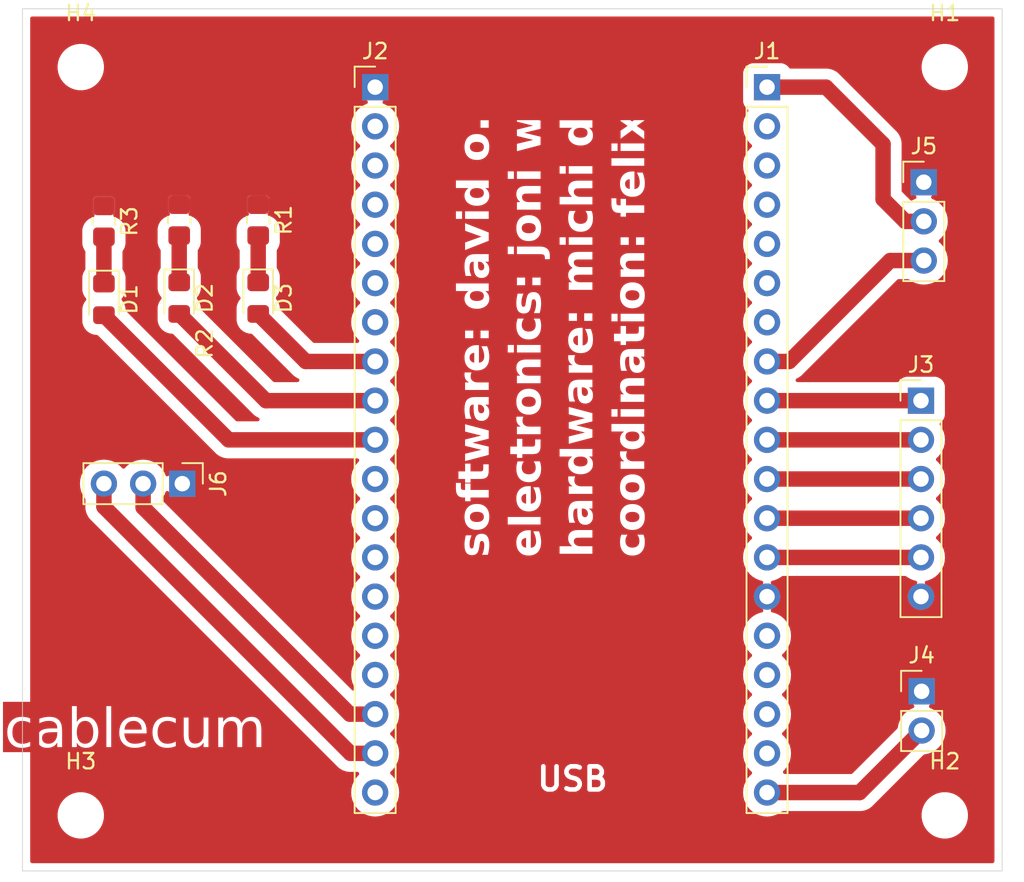
<source format=kicad_pcb>
(kicad_pcb (version 20240108) (generator "pcbnew") (generator_version "8.0")
  (layers (0 "F.Cu" signal) (31 "B.Cu" signal) (34 "B.Paste" user) (35 "F.Paste" user) (36 "B.SilkS" user "B.Silkscreen") (37 "F.SilkS" user "F.Silkscreen") (38 "B.Mask" user) (39 "F.Mask" user) (44 "Edge.Cuts" user))
  (net 0 "")
  (net 1 "/5")
  (net 7 "/19")
  (net 8 "Net-(J1-Pin_12)")
  (net 9 "Net-(J1-Pin_10)")
  (net 10 "Net-(J1-Pin_19)")
  (net 11 "Net-(J1-Pin_13)")
  (net 12 "/GND")
  (net 15 "Net-(J1-Pin_11)")
  (net 16 "Net-(J1-Pin_9)")
  (net 17 "Net-(J1-Pin_8)")
  (net 18 "Net-(J1-Pin_1)")
  (net 21 "/18")
  (net 31 "Net-(D1-K)")
  (net 32 "Net-(D2-K)")
  (net 33 "Net-(D3-K)")
  (net 39 "Net-(J2-Pin_17)")
  (net 40 "Net-(J2-Pin_18)")
  (footprint "MountingHole:MountingHole_2.5mm" (layer "F.Cu") (at 105.5 49.5)
    (property "Reference" "H1" (at 0 -3.5 0) (layer "F.SilkS"))
    (property "Value" "MountingHole")
    (pad "" np_thru_hole circle (at 0 0) (size 2.5 2.5) (drill 2.5) (layers "*.Cu" "*.Mask"))
  )
  (footprint "LED_SMD:LED_0805_2012Metric_Pad1.15x1.40mm_HandSolder" (layer "F.Cu") (at 61 64.475 -90)
    (property "Reference" "D3" (at 0 -1.65 90) (layer "F.SilkS"))
    (property "Value" "Motor Led")
    (fp_line (start -1.86 0.96) (end 1 0.96) (stroke (width 0.12)) (layer "F.SilkS"))
    (fp_line (start -1.86 -0.96) (end -1.86 0.96) (stroke (width 0.12)) (layer "F.SilkS"))
    (fp_line (start 1 -0.96) (end -1.86 -0.96) (stroke (width 0.12)) (layer "F.SilkS"))
    (pad "1" smd roundrect (at -1.025 0 270) (size 1.15 1.4) (layers "F.Cu" "F.Paste" "F.Mask") (roundrect_rratio 0.217391) (net 33 "Net-(D3-K)"))
    (pad "2" smd roundrect (at 1.025 0 270) (size 1.15 1.4) (layers "F.Cu" "F.Paste" "F.Mask") (roundrect_rratio 0.217391) (net 21 "/18"))
  )
  (footprint "Connector_PinHeader_2.54mm:PinHeader_1x03_P2.54mm_Vertical" (layer "F.Cu") (at 56.08 76.5 -90)
    (property "Reference" "J6" (at 0 -2.33 90) (layer "F.SilkS"))
    (property "Value" "Hall")
    (fp_line (start -1.33 6.41) (end 1.33 6.41) (stroke (width 0.12)) (layer "F.SilkS"))
    (fp_line (start -1.33 1.27) (end -1.33 6.41) (stroke (width 0.12)) (layer "F.SilkS"))
    (fp_line (start -1.33 1.27) (end 1.33 1.27) (stroke (width 0.12)) (layer "F.SilkS"))
    (fp_line (start 1.33 1.27) (end 1.33 6.41) (stroke (width 0.12)) (layer "F.SilkS"))
    (fp_line (start -1.33 0) (end -1.33 -1.33) (stroke (width 0.12)) (layer "F.SilkS"))
    (fp_line (start -1.33 -1.33) (end 0 -1.33) (stroke (width 0.12)) (layer "F.SilkS"))
    (pad "1" thru_hole rect (at 0 0 270) (size 1.7 1.7) (drill 1) (layers "*.Cu" "*.Mask") (net 12 "/GND"))
    (pad "2" thru_hole oval (at 0 2.54 270) (size 1.7 1.7) (drill 1) (layers "*.Cu" "*.Mask") (net 39 "Net-(J2-Pin_17)"))
    (pad "3" thru_hole oval (at 0 5.08 270) (size 1.7 1.7) (drill 1) (layers "*.Cu" "*.Mask") (net 40 "Net-(J2-Pin_18)"))
  )
  (footprint "MountingHole:MountingHole_2.5mm" (layer "F.Cu") (at 49.5 49.5)
    (property "Reference" "H4" (at 0 -3.5 0) (layer "F.SilkS"))
    (property "Value" "MountingHole")
    (pad "" np_thru_hole circle (at 0 0) (size 2.5 2.5) (drill 2.5) (layers "*.Cu" "*.Mask"))
  )
  (footprint "Connector_PinHeader_2.54mm:PinHeader_1x06_P2.54mm_Vertical" (layer "F.Cu") (at 103.958 71.12)
    (property "Reference" "J3" (at 0 -2.33 0) (layer "F.SilkS"))
    (property "Value" "Motor Driver")
    (fp_line (start -1.33 -1.33) (end 0 -1.33) (stroke (width 0.12)) (layer "F.SilkS"))
    (fp_line (start -1.33 0) (end -1.33 -1.33) (stroke (width 0.12)) (layer "F.SilkS"))
    (fp_line (start -1.33 1.27) (end -1.33 14.03) (stroke (width 0.12)) (layer "F.SilkS"))
    (fp_line (start -1.33 1.27) (end 1.33 1.27) (stroke (width 0.12)) (layer "F.SilkS"))
    (fp_line (start -1.33 14.03) (end 1.33 14.03) (stroke (width 0.12)) (layer "F.SilkS"))
    (fp_line (start 1.33 1.27) (end 1.33 14.03) (stroke (width 0.12)) (layer "F.SilkS"))
    (pad "1" thru_hole rect (at 0 0) (size 1.7 1.7) (drill 1) (layers "*.Cu" "*.Mask") (net 16 "Net-(J1-Pin_9)"))
    (pad "2" thru_hole oval (at 0 2.54) (size 1.7 1.7) (drill 1) (layers "*.Cu" "*.Mask") (net 9 "Net-(J1-Pin_10)"))
    (pad "3" thru_hole oval (at 0 5.08) (size 1.7 1.7) (drill 1) (layers "*.Cu" "*.Mask") (net 15 "Net-(J1-Pin_11)"))
    (pad "4" thru_hole oval (at 0 7.62) (size 1.7 1.7) (drill 1) (layers "*.Cu" "*.Mask") (net 8 "Net-(J1-Pin_12)"))
    (pad "5" thru_hole oval (at 0 10.16) (size 1.7 1.7) (drill 1) (layers "*.Cu" "*.Mask") (net 11 "Net-(J1-Pin_13)"))
    (pad "6" thru_hole oval (at 0 12.7) (size 1.7 1.7) (drill 1) (layers "*.Cu" "*.Mask") (net 12 "/GND"))
  )
  (footprint "Connector_PinHeader_2.54mm:PinHeader_1x03_P2.54mm_Vertical" (layer "F.Cu") (at 104.14 56.96)
    (property "Reference" "J5" (at 0 -2.33 0) (layer "F.SilkS"))
    (property "Value" "Buzzer")
    (fp_line (start -1.33 -1.33) (end 0 -1.33) (stroke (width 0.12)) (layer "F.SilkS"))
    (fp_line (start -1.33 0) (end -1.33 -1.33) (stroke (width 0.12)) (layer "F.SilkS"))
    (fp_line (start -1.33 1.27) (end -1.33 6.41) (stroke (width 0.12)) (layer "F.SilkS"))
    (fp_line (start -1.33 1.27) (end 1.33 1.27) (stroke (width 0.12)) (layer "F.SilkS"))
    (fp_line (start -1.33 6.41) (end 1.33 6.41) (stroke (width 0.12)) (layer "F.SilkS"))
    (fp_line (start 1.33 1.27) (end 1.33 6.41) (stroke (width 0.12)) (layer "F.SilkS"))
    (pad "1" thru_hole rect (at 0 0) (size 1.7 1.7) (drill 1) (layers "*.Cu" "*.Mask") (net 12 "/GND"))
    (pad "2" thru_hole oval (at 0 2.54) (size 1.7 1.7) (drill 1) (layers "*.Cu" "*.Mask") (net 18 "Net-(J1-Pin_1)"))
    (pad "3" thru_hole oval (at 0 5.08) (size 1.7 1.7) (drill 1) (layers "*.Cu" "*.Mask") (net 17 "Net-(J1-Pin_8)"))
  )
  (footprint "MountingHole:MountingHole_2.5mm" (layer "F.Cu") (at 49.5 98)
    (property "Reference" "H3" (at 0 -3.5 0) (layer "F.SilkS"))
    (property "Value" "MountingHole")
    (pad "" np_thru_hole circle (at 0 0) (size 2.5 2.5) (drill 2.5) (layers "*.Cu" "*.Mask"))
  )
  (footprint "Resistor_SMD:R_0805_2012Metric_Pad1.20x1.40mm_HandSolder" (layer "F.Cu") (at 61 59.42 -90)
    (property "Reference" "R1" (at 0 -1.65 90) (layer "F.SilkS"))
    (property "Value" "R")
    (fp_line (start -0.227064 0.735) (end 0.227064 0.735) (stroke (width 0.12)) (layer "F.SilkS"))
    (fp_line (start -0.227064 -0.735) (end 0.227064 -0.735) (stroke (width 0.12)) (layer "F.SilkS"))
    (pad "1" smd roundrect (at -1 0 270) (size 1.2 1.4) (layers "F.Cu" "F.Paste" "F.Mask") (roundrect_rratio 0.208333) (net 12 "/GND"))
    (pad "2" smd roundrect (at 1 0 270) (size 1.2 1.4) (layers "F.Cu" "F.Paste" "F.Mask") (roundrect_rratio 0.208333) (net 33 "Net-(D3-K)"))
  )
  (footprint "Resistor_SMD:R_0805_2012Metric_Pad1.20x1.40mm_HandSolder" (layer "F.Cu") (at 55.88 59.42 -90)
    (property "Reference" "R2" (at 8 -1.65 90) (layer "F.SilkS"))
    (property "Value" "R")
    (fp_line (start -0.227064 0.735) (end 0.227064 0.735) (stroke (width 0.12)) (layer "F.SilkS"))
    (fp_line (start -0.227064 -0.735) (end 0.227064 -0.735) (stroke (width 0.12)) (layer "F.SilkS"))
    (pad "1" smd roundrect (at -1 0 270) (size 1.2 1.4) (layers "F.Cu" "F.Paste" "F.Mask") (roundrect_rratio 0.208333) (net 12 "/GND"))
    (pad "2" smd roundrect (at 1 0 270) (size 1.2 1.4) (layers "F.Cu" "F.Paste" "F.Mask") (roundrect_rratio 0.208333) (net 32 "Net-(D2-K)"))
  )
  (footprint "Connector_PinHeader_2.54mm:PinHeader_1x19_P2.54mm_Vertical" (layer "F.Cu") (at 93.98 50.8)
    (property "Reference" "J1" (at 0 -2.33 0) (layer "F.SilkS"))
    (property "Value" "ESPL")
    (fp_line (start -1.33 -1.33) (end 0 -1.33) (stroke (width 0.12)) (layer "F.SilkS"))
    (fp_line (start -1.33 0) (end -1.33 -1.33) (stroke (width 0.12)) (layer "F.SilkS"))
    (fp_line (start -1.33 1.27) (end -1.33 47.05) (stroke (width 0.12)) (layer "F.SilkS"))
    (fp_line (start -1.33 1.27) (end 1.33 1.27) (stroke (width 0.12)) (layer "F.SilkS"))
    (fp_line (start -1.33 47.05) (end 1.33 47.05) (stroke (width 0.12)) (layer "F.SilkS"))
    (fp_line (start 1.33 1.27) (end 1.33 47.05) (stroke (width 0.12)) (layer "F.SilkS"))
    (pad "1" thru_hole rect (at 0 0) (size 1.7 1.7) (drill 1) (layers "*.Cu" "*.Mask") (net 18 "Net-(J1-Pin_1)"))
    (pad "2" thru_hole oval (at 0 2.54) (size 1.7 1.7) (drill 1) (layers "*.Cu" "*.Mask"))
    (pad "3" thru_hole oval (at 0 5.08) (size 1.7 1.7) (drill 1) (layers "*.Cu" "*.Mask"))
    (pad "4" thru_hole oval (at 0 7.62) (size 1.7 1.7) (drill 1) (layers "*.Cu" "*.Mask"))
    (pad "5" thru_hole oval (at 0 10.16) (size 1.7 1.7) (drill 1) (layers "*.Cu" "*.Mask"))
    (pad "6" thru_hole oval (at 0 12.7) (size 1.7 1.7) (drill 1) (layers "*.Cu" "*.Mask"))
    (pad "7" thru_hole oval (at 0 15.24) (size 1.7 1.7) (drill 1) (layers "*.Cu" "*.Mask"))
    (pad "8" thru_hole oval (at 0 17.78) (size 1.7 1.7) (drill 1) (layers "*.Cu" "*.Mask") (net 17 "Net-(J1-Pin_8)"))
    (pad "9" thru_hole oval (at 0 20.32) (size 1.7 1.7) (drill 1) (layers "*.Cu" "*.Mask") (net 16 "Net-(J1-Pin_9)"))
    (pad "10" thru_hole oval (at 0 22.86) (size 1.7 1.7) (drill 1) (layers "*.Cu" "*.Mask") (net 9 "Net-(J1-Pin_10)"))
    (pad "11" thru_hole oval (at 0 25.4) (size 1.7 1.7) (drill 1) (layers "*.Cu" "*.Mask") (net 15 "Net-(J1-Pin_11)"))
    (pad "12" thru_hole oval (at 0 27.94) (size 1.7 1.7) (drill 1) (layers "*.Cu" "*.Mask") (net 8 "Net-(J1-Pin_12)"))
    (pad "13" thru_hole oval (at 0 30.48) (size 1.7 1.7) (drill 1) (layers "*.Cu" "*.Mask") (net 11 "Net-(J1-Pin_13)"))
    (pad "14" thru_hole oval (at 0 33.02) (size 1.7 1.7) (drill 1) (layers "*.Cu" "*.Mask") (net 12 "/GND"))
    (pad "15" thru_hole oval (at 0 35.56) (size 1.7 1.7) (drill 1) (layers "*.Cu" "*.Mask"))
    (pad "16" thru_hole oval (at 0 38.1) (size 1.7 1.7) (drill 1) (layers "*.Cu" "*.Mask"))
    (pad "17" thru_hole oval (at 0 40.64) (size 1.7 1.7) (drill 1) (layers "*.Cu" "*.Mask"))
    (pad "18" thru_hole oval (at 0 43.18) (size 1.7 1.7) (drill 1) (layers "*.Cu" "*.Mask"))
    (pad "19" thru_hole oval (at 0 45.72) (size 1.7 1.7) (drill 1) (layers "*.Cu" "*.Mask") (net 10 "Net-(J1-Pin_19)"))
  )
  (footprint "MountingHole:MountingHole_2.5mm" (layer "F.Cu") (at 105.5 98)
    (property "Reference" "H2" (at 0 -3.5 0) (layer "F.SilkS"))
    (property "Value" "MountingHole")
    (pad "" np_thru_hole circle (at 0 0) (size 2.5 2.5) (drill 2.5) (layers "*.Cu" "*.Mask"))
  )
  (footprint "Connector_PinHeader_2.54mm:PinHeader_1x02_P2.54mm_Vertical" (layer "F.Cu") (at 104 89.96)
    (property "Reference" "J4" (at 0 -2.33 0) (layer "F.SilkS"))
    (property "Value" "Power")
    (fp_line (start -1.33 -1.33) (end 0 -1.33) (stroke (width 0.12)) (layer "F.SilkS"))
    (fp_line (start -1.33 0) (end -1.33 -1.33) (stroke (width 0.12)) (layer "F.SilkS"))
    (fp_line (start -1.33 1.27) (end -1.33 3.87) (stroke (width 0.12)) (layer "F.SilkS"))
    (fp_line (start -1.33 1.27) (end 1.33 1.27) (stroke (width 0.12)) (layer "F.SilkS"))
    (fp_line (start -1.33 3.87) (end 1.33 3.87) (stroke (width 0.12)) (layer "F.SilkS"))
    (fp_line (start 1.33 1.27) (end 1.33 3.87) (stroke (width 0.12)) (layer "F.SilkS"))
    (pad "1" thru_hole rect (at 0 0) (size 1.7 1.7) (drill 1) (layers "*.Cu" "*.Mask") (net 12 "/GND"))
    (pad "2" thru_hole oval (at 0 2.54) (size 1.7 1.7) (drill 1) (layers "*.Cu" "*.Mask") (net 10 "Net-(J1-Pin_19)"))
  )
  (footprint "LED_SMD:LED_0805_2012Metric_Pad1.15x1.40mm_HandSolder" (layer "F.Cu") (at 51 64.555 -90)
    (property "Reference" "D1" (at 0 -1.65 90) (layer "F.SilkS"))
    (property "Value" "Poweron Led")
    (fp_line (start -1.86 0.96) (end 1 0.96) (stroke (width 0.12)) (layer "F.SilkS"))
    (fp_line (start -1.86 -0.96) (end -1.86 0.96) (stroke (width 0.12)) (layer "F.SilkS"))
    (fp_line (start 1 -0.96) (end -1.86 -0.96) (stroke (width 0.12)) (layer "F.SilkS"))
    (pad "1" smd roundrect (at -1.025 0 270) (size 1.15 1.4) (layers "F.Cu" "F.Paste" "F.Mask") (roundrect_rratio 0.217391) (net 31 "Net-(D1-K)"))
    (pad "2" smd roundrect (at 1.025 0 270) (size 1.15 1.4) (layers "F.Cu" "F.Paste" "F.Mask") (roundrect_rratio 0.217391) (net 1 "/5"))
  )
  (footprint "Connector_PinHeader_2.54mm:PinHeader_1x19_P2.54mm_Vertical" (layer "F.Cu") (at 68.58 50.8)
    (property "Reference" "J2" (at 0 -2.33 0) (layer "F.SilkS"))
    (property "Value" "ESPR")
    (fp_line (start -1.33 -1.33) (end 0 -1.33) (stroke (width 0.12)) (layer "F.SilkS"))
    (fp_line (start -1.33 0) (end -1.33 -1.33) (stroke (width 0.12)) (layer "F.SilkS"))
    (fp_line (start -1.33 1.27) (end -1.33 47.05) (stroke (width 0.12)) (layer "F.SilkS"))
    (fp_line (start -1.33 1.27) (end 1.33 1.27) (stroke (width 0.12)) (layer "F.SilkS"))
    (fp_line (start -1.33 47.05) (end 1.33 47.05) (stroke (width 0.12)) (layer "F.SilkS"))
    (fp_line (start 1.33 1.27) (end 1.33 47.05) (stroke (width 0.12)) (layer "F.SilkS"))
    (pad "1" thru_hole rect (at 0 0) (size 1.7 1.7) (drill 1) (layers "*.Cu" "*.Mask") (net 12 "/GND"))
    (pad "2" thru_hole oval (at 0 2.54) (size 1.7 1.7) (drill 1) (layers "*.Cu" "*.Mask"))
    (pad "3" thru_hole oval (at 0 5.08) (size 1.7 1.7) (drill 1) (layers "*.Cu" "*.Mask"))
    (pad "4" thru_hole oval (at 0 7.62) (size 1.7 1.7) (drill 1) (layers "*.Cu" "*.Mask"))
    (pad "5" thru_hole oval (at 0 10.16) (size 1.7 1.7) (drill 1) (layers "*.Cu" "*.Mask"))
    (pad "6" thru_hole oval (at 0 12.7) (size 1.7 1.7) (drill 1) (layers "*.Cu" "*.Mask"))
    (pad "7" thru_hole oval (at 0 15.24) (size 1.7 1.7) (drill 1) (layers "*.Cu" "*.Mask"))
    (pad "8" thru_hole oval (at 0 17.78) (size 1.7 1.7) (drill 1) (layers "*.Cu" "*.Mask") (net 21 "/18"))
    (pad "9" thru_hole oval (at 0 20.32) (size 1.7 1.7) (drill 1) (layers "*.Cu" "*.Mask") (net 7 "/19"))
    (pad "10" thru_hole oval (at 0 22.86) (size 1.7 1.7) (drill 1) (layers "*.Cu" "*.Mask") (net 1 "/5"))
    (pad "11" thru_hole oval (at 0 25.4) (size 1.7 1.7) (drill 1) (layers "*.Cu" "*.Mask"))
    (pad "12" thru_hole oval (at 0 27.94) (size 1.7 1.7) (drill 1) (layers "*.Cu" "*.Mask"))
    (pad "13" thru_hole oval (at 0 30.48) (size 1.7 1.7) (drill 1) (layers "*.Cu" "*.Mask"))
    (pad "14" thru_hole oval (at 0 33.02) (size 1.7 1.7) (drill 1) (layers "*.Cu" "*.Mask"))
    (pad "15" thru_hole oval (at 0 35.56) (size 1.7 1.7) (drill 1) (layers "*.Cu" "*.Mask"))
    (pad "16" thru_hole oval (at 0 38.1) (size 1.7 1.7) (drill 1) (layers "*.Cu" "*.Mask"))
    (pad "17" thru_hole oval (at 0 40.64) (size 1.7 1.7) (drill 1) (layers "*.Cu" "*.Mask") (net 39 "Net-(J2-Pin_17)"))
    (pad "18" thru_hole oval (at 0 43.18) (size 1.7 1.7) (drill 1) (layers "*.Cu" "*.Mask") (net 40 "Net-(J2-Pin_18)"))
    (pad "19" thru_hole oval (at 0 45.72) (size 1.7 1.7) (drill 1) (layers "*.Cu" "*.Mask"))
  )
  (footprint "Resistor_SMD:R_0805_2012Metric_Pad1.20x1.40mm_HandSolder" (layer "F.Cu") (at 51 59.5 -90)
    (property "Reference" "R3" (at 0 -1.65 90) (layer "F.SilkS"))
    (property "Value" "R")
    (fp_line (start -0.227064 0.735) (end 0.227064 0.735) (stroke (width 0.12)) (layer "F.SilkS"))
    (fp_line (start -0.227064 -0.735) (end 0.227064 -0.735) (stroke (width 0.12)) (layer "F.SilkS"))
    (pad "1" smd roundrect (at -1 0 270) (size 1.2 1.4) (layers "F.Cu" "F.Paste" "F.Mask") (roundrect_rratio 0.208333) (net 12 "/GND"))
    (pad "2" smd roundrect (at 1 0 270) (size 1.2 1.4) (layers "F.Cu" "F.Paste" "F.Mask") (roundrect_rratio 0.208333) (net 31 "Net-(D1-K)"))
  )
  (footprint "LED_SMD:LED_0805_2012Metric_Pad1.15x1.40mm_HandSolder" (layer "F.Cu") (at 55.88 64.475 -90)
    (property "Reference" "D2" (at 0 -1.65 90) (layer "F.SilkS"))
    (property "Value" "Error Led")
    (fp_line (start -1.86 0.96) (end 1 0.96) (stroke (width 0.12)) (layer "F.SilkS"))
    (fp_line (start -1.86 -0.96) (end -1.86 0.96) (stroke (width 0.12)) (layer "F.SilkS"))
    (fp_line (start 1 -0.96) (end -1.86 -0.96) (stroke (width 0.12)) (layer "F.SilkS"))
    (pad "1" smd roundrect (at -1.025 0 270) (size 1.15 1.4) (layers "F.Cu" "F.Paste" "F.Mask") (roundrect_rratio 0.217391) (net 32 "Net-(D2-K)"))
    (pad "2" smd roundrect (at 1.025 0 270) (size 1.15 1.4) (layers "F.Cu" "F.Paste" "F.Mask") (roundrect_rratio 0.217391) (net 7 "/19"))
  )
  (gr_rect (start 45.72 45.72) (end 109.22 101.6) (stroke (width 0.05)) (fill none) (layer "Edge.Cuts"))
  (gr_text "USB" (at 83.82 96.52 0) (layer "F.Cu" knockout) (effects (font (size 1.5 1.5) (thickness 0.3) (bold yes)) (justify right bottom)))
  (gr_text "software: david o.\nelectronics: joni w.\nhardware: michi d.\ncoordination: felix n.\n" (at 86.36 81.28 90) (layer "F.Cu" knockout) (effects (font (size 2 2) (thickness 0.3) (bold yes)) (justify left bottom)))
  (gr_text "cablecum" (at 61.5 94 0) (layer "F.Cu" knockout) (effects (font (size 2.5 2.5) (thickness 0.3)) (justify right bottom)))
  (segment (start 68.58 73.66) (end 59.08 73.66) (width 1) (layer "F.Cu") (net 1))
  (segment (start 59.08 73.66) (end 51 65.58) (width 1) (layer "F.Cu") (net 1))
  (segment (start 61.5 71.12) (end 55.88 65.5) (width 1) (layer "F.Cu") (net 7))
  (segment (start 68.58 71.12) (end 61.5 71.12) (width 1) (layer "F.Cu") (net 7))
  (segment (start 103.958 78.74) (end 93.98 78.74) (width 1) (layer "F.Cu") (net 8))
  (segment (start 103.958 73.66) (end 93.98 73.66) (width 1) (layer "F.Cu") (net 9))
  (segment (start 99.98 96.52) (end 93.98 96.52) (width 1) (layer "F.Cu") (net 10))
  (segment (start 104 92.5) (end 99.98 96.52) (width 1) (layer "F.Cu") (net 10))
  (segment (start 93.98 81.28) (end 103.958 81.28) (width 1) (layer "F.Cu") (net 11))
  (segment (start 93.98 76.2) (end 103.958 76.2) (width 1) (layer "F.Cu") (net 15))
  (segment (start 93.98 71.12) (end 103.958 71.12) (width 1) (layer "F.Cu") (net 16))
  (segment (start 95.42 68.58) (end 101.96 62.04) (width 1) (layer "F.Cu") (net 17))
  (segment (start 93.98 68.58) (end 95.42 68.58) (width 1) (layer "F.Cu") (net 17))
  (segment (start 101.96 62.04) (end 104.14 62.04) (width 1) (layer "F.Cu") (net 17))
  (segment (start 101.5 58.062081) (end 101.5 54.5) (width 1) (layer "F.Cu") (net 18))
  (segment (start 101.5 54.5) (end 97.8 50.8) (width 1) (layer "F.Cu") (net 18))
  (segment (start 102.937919 59.5) (end 101.5 58.062081) (width 1) (layer "F.Cu") (net 18))
  (segment (start 97.8 50.8) (end 93.98 50.8) (width 1) (layer "F.Cu") (net 18))
  (segment (start 104.14 59.5) (end 102.937919 59.5) (width 1) (layer "F.Cu") (net 18))
  (segment (start 64.08 68.58) (end 61 65.5) (width 1) (layer "F.Cu") (net 21))
  (segment (start 68.58 68.58) (end 64.08 68.58) (width 1) (layer "F.Cu") (net 21))
  (segment (start 51 63.53) (end 51 60.5) (width 1) (layer "F.Cu") (net 31))
  (segment (start 55.88 63.45) (end 55.88 60.42) (width 1) (layer "F.Cu") (net 32))
  (segment (start 61 63.45) (end 61 60.42) (width 1) (layer "F.Cu") (net 33))
  (segment (start 53.54 76.5) (end 53.54 78.04) (width 1) (layer "F.Cu") (net 39))
  (segment (start 53.54 78.04) (end 66.94 91.44) (width 1) (layer "F.Cu") (net 39))
  (segment (start 66.94 91.44) (end 68.58 91.44) (width 1) (layer "F.Cu") (net 39))
  (segment (start 68.58 93.98) (end 66.98 93.98) (width 1) (layer "F.Cu") (net 40))
  (segment (start 51 78) (end 51 76.5) (width 1) (layer "F.Cu") (net 40))
  (segment (start 68.56 94) (end 68.58 93.98) (width 0.2) (layer "F.Cu") (net 40))
  (segment (start 66.98 93.98) (end 51 78) (width 1) (layer "F.Cu") (net 40))
  (zone (net 12) (net_name "/GND") (layer "F.Cu") (name "GND") (connect_pads no (clearance 0)) (min_thickness 0.25) (fill yes (thermal_gap 0.5) (thermal_bridge_width 0.5))
    (polygon (pts (xy 45.72 45.72) (xy 109.22 45.72) (xy 109.22 101.6) (xy 45.72 101.6)))
  )
)
</source>
